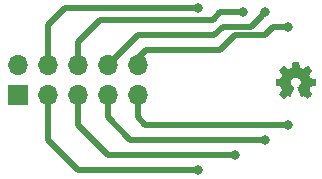
<source format=gbr>
G04 #@! TF.GenerationSoftware,KiCad,Pcbnew,6.0.7-f9a2dced07~116~ubuntu20.04.1*
G04 #@! TF.CreationDate,2022-08-18T11:56:10-05:00*
G04 #@! TF.ProjectId,2x5-1-27-to-2x5-2-54,3278352d-312d-4323-972d-746f2d327835,rev?*
G04 #@! TF.SameCoordinates,Original*
G04 #@! TF.FileFunction,Copper,L2,Bot*
G04 #@! TF.FilePolarity,Positive*
%FSLAX46Y46*%
G04 Gerber Fmt 4.6, Leading zero omitted, Abs format (unit mm)*
G04 Created by KiCad (PCBNEW 6.0.7-f9a2dced07~116~ubuntu20.04.1) date 2022-08-18 11:56:10*
%MOMM*%
%LPD*%
G01*
G04 APERTURE LIST*
G04 #@! TA.AperFunction,EtchedComponent*
%ADD10C,0.010000*%
G04 #@! TD*
G04 #@! TA.AperFunction,ComponentPad*
%ADD11R,1.700000X1.700000*%
G04 #@! TD*
G04 #@! TA.AperFunction,ComponentPad*
%ADD12O,1.700000X1.700000*%
G04 #@! TD*
G04 #@! TA.AperFunction,ViaPad*
%ADD13C,0.800000*%
G04 #@! TD*
G04 #@! TA.AperFunction,Conductor*
%ADD14C,0.500000*%
G04 #@! TD*
G04 APERTURE END LIST*
G36*
X127679617Y-105180562D02*
G01*
X127713700Y-105180792D01*
X127745978Y-105181146D01*
X127775670Y-105181625D01*
X127801999Y-105182228D01*
X127824185Y-105182955D01*
X127841450Y-105183806D01*
X127853015Y-105184780D01*
X127858100Y-105185878D01*
X127859207Y-105187144D01*
X127861025Y-105190951D01*
X127863191Y-105197527D01*
X127865810Y-105207359D01*
X127868983Y-105220934D01*
X127872815Y-105238737D01*
X127877410Y-105261254D01*
X127882871Y-105288972D01*
X127889302Y-105322377D01*
X127896806Y-105361955D01*
X127905488Y-105408192D01*
X127905775Y-105409725D01*
X127913065Y-105448549D01*
X127920020Y-105485329D01*
X127926514Y-105519429D01*
X127932425Y-105550212D01*
X127937630Y-105577041D01*
X127942004Y-105599279D01*
X127945425Y-105616291D01*
X127947768Y-105627438D01*
X127948911Y-105632085D01*
X127953293Y-105637771D01*
X127961242Y-105643528D01*
X127963474Y-105644628D01*
X127973425Y-105649119D01*
X127988481Y-105655586D01*
X128007797Y-105663691D01*
X128030529Y-105673094D01*
X128055834Y-105683457D01*
X128082867Y-105694441D01*
X128110785Y-105705707D01*
X128138743Y-105716916D01*
X128165897Y-105727730D01*
X128191405Y-105737810D01*
X128214420Y-105746817D01*
X128234101Y-105754412D01*
X128249602Y-105760256D01*
X128260080Y-105764011D01*
X128264690Y-105765338D01*
X128267139Y-105764401D01*
X128275455Y-105759723D01*
X128288980Y-105751376D01*
X128307273Y-105739650D01*
X128329890Y-105724837D01*
X128356390Y-105707227D01*
X128386329Y-105687110D01*
X128419266Y-105664777D01*
X128454757Y-105640520D01*
X128455845Y-105639773D01*
X128488366Y-105617491D01*
X128519180Y-105596430D01*
X128547753Y-105576952D01*
X128573550Y-105559419D01*
X128596038Y-105544193D01*
X128614682Y-105531634D01*
X128628948Y-105522106D01*
X128638303Y-105515969D01*
X128642211Y-105513585D01*
X128647242Y-105512969D01*
X128655859Y-105514699D01*
X128659208Y-105517254D01*
X128667366Y-105524587D01*
X128679728Y-105536201D01*
X128695819Y-105551632D01*
X128715162Y-105570419D01*
X128737280Y-105592098D01*
X128761699Y-105616207D01*
X128787941Y-105642284D01*
X128815530Y-105669864D01*
X128831183Y-105685565D01*
X128860984Y-105715520D01*
X128886175Y-105740954D01*
X128907129Y-105762270D01*
X128924218Y-105779867D01*
X128937816Y-105794146D01*
X128948294Y-105805508D01*
X128956027Y-105814354D01*
X128961387Y-105821084D01*
X128964747Y-105826099D01*
X128966479Y-105829800D01*
X128966958Y-105832587D01*
X128966784Y-105833828D01*
X128964835Y-105838903D01*
X128960535Y-105847061D01*
X128953654Y-105858656D01*
X128943963Y-105874044D01*
X128931229Y-105893580D01*
X128915225Y-105917621D01*
X128895717Y-105946520D01*
X128872478Y-105980634D01*
X128845275Y-106020318D01*
X128825516Y-106049174D01*
X128804535Y-106080043D01*
X128785112Y-106108854D01*
X128767618Y-106135048D01*
X128752420Y-106158068D01*
X128739886Y-106177356D01*
X128730384Y-106192353D01*
X128724283Y-106202501D01*
X128721952Y-106207243D01*
X128721915Y-106207677D01*
X128723300Y-106214370D01*
X128727323Y-106226715D01*
X128733630Y-106243888D01*
X128741865Y-106265067D01*
X128751674Y-106289425D01*
X128762701Y-106316141D01*
X128774591Y-106344388D01*
X128786988Y-106373345D01*
X128799538Y-106402186D01*
X128811884Y-106430088D01*
X128823673Y-106456226D01*
X128834548Y-106479777D01*
X128844154Y-106499917D01*
X128852136Y-106515822D01*
X128858139Y-106526667D01*
X128861808Y-106531629D01*
X128863815Y-106532679D01*
X128871018Y-106535081D01*
X128883159Y-106538235D01*
X128900553Y-106542207D01*
X128923518Y-106547062D01*
X128952371Y-106552868D01*
X128987430Y-106559690D01*
X129029011Y-106567595D01*
X129077432Y-106576649D01*
X129108186Y-106582387D01*
X129144488Y-106589225D01*
X129178229Y-106595650D01*
X129208753Y-106601536D01*
X129235407Y-106606753D01*
X129257538Y-106611174D01*
X129274490Y-106614669D01*
X129285610Y-106617112D01*
X129290245Y-106618373D01*
X129293744Y-106620896D01*
X129298749Y-106627566D01*
X129299135Y-106631813D01*
X129299516Y-106642737D01*
X129299868Y-106659646D01*
X129300184Y-106681890D01*
X129300457Y-106708817D01*
X129300680Y-106739775D01*
X129300848Y-106774113D01*
X129300954Y-106811181D01*
X129300990Y-106850326D01*
X129300990Y-106852250D01*
X129300984Y-106897073D01*
X129300952Y-106935217D01*
X129300877Y-106967242D01*
X129300741Y-106993704D01*
X129300526Y-107015164D01*
X129300215Y-107032178D01*
X129299789Y-107045306D01*
X129299230Y-107055106D01*
X129298521Y-107062136D01*
X129297644Y-107066956D01*
X129296580Y-107070122D01*
X129295312Y-107072194D01*
X129293821Y-107073731D01*
X129293650Y-107073875D01*
X129289727Y-107075766D01*
X129281849Y-107078219D01*
X129269618Y-107081316D01*
X129252632Y-107085142D01*
X129230493Y-107089781D01*
X129202799Y-107095318D01*
X129169152Y-107101835D01*
X129129151Y-107109418D01*
X129082397Y-107118150D01*
X129063388Y-107121685D01*
X129021385Y-107129545D01*
X128985802Y-107136293D01*
X128956122Y-107142039D01*
X128931826Y-107146894D01*
X128912398Y-107150968D01*
X128897320Y-107154372D01*
X128886074Y-107157217D01*
X128878144Y-107159613D01*
X128873011Y-107161670D01*
X128870157Y-107163499D01*
X128869185Y-107164770D01*
X128865143Y-107172289D01*
X128858981Y-107185436D01*
X128851027Y-107203393D01*
X128841608Y-107225342D01*
X128831055Y-107250465D01*
X128819696Y-107277943D01*
X128807859Y-107306959D01*
X128795873Y-107336694D01*
X128784066Y-107366332D01*
X128772767Y-107395053D01*
X128762305Y-107422040D01*
X128753008Y-107446474D01*
X128745206Y-107467538D01*
X128739225Y-107484414D01*
X128735396Y-107496284D01*
X128734046Y-107502329D01*
X128734393Y-107504458D01*
X128736469Y-107509738D01*
X128740645Y-107517720D01*
X128747183Y-107528808D01*
X128756341Y-107543405D01*
X128768381Y-107561915D01*
X128783562Y-107584743D01*
X128802144Y-107612292D01*
X128824389Y-107644967D01*
X128850556Y-107683171D01*
X128854111Y-107688351D01*
X128881635Y-107728615D01*
X128905072Y-107763202D01*
X128924551Y-107792310D01*
X128940199Y-107816137D01*
X128952147Y-107834881D01*
X128960521Y-107848741D01*
X128965452Y-107857914D01*
X128967067Y-107862598D01*
X128966683Y-107864467D01*
X128964645Y-107868357D01*
X128960544Y-107874025D01*
X128954033Y-107881837D01*
X128944766Y-107892162D01*
X128932398Y-107905368D01*
X128916582Y-107921822D01*
X128896972Y-107941892D01*
X128873222Y-107965946D01*
X128844985Y-107994351D01*
X128811917Y-108027476D01*
X128805867Y-108033525D01*
X128771820Y-108067471D01*
X128742522Y-108096494D01*
X128717712Y-108120843D01*
X128697129Y-108140764D01*
X128680511Y-108156508D01*
X128667596Y-108168320D01*
X128658124Y-108176451D01*
X128651834Y-108181147D01*
X128648463Y-108182658D01*
X128647971Y-108182571D01*
X128642097Y-108179709D01*
X128630771Y-108172990D01*
X128614400Y-108162679D01*
X128593386Y-108149041D01*
X128568135Y-108132340D01*
X128539052Y-108112842D01*
X128506540Y-108090810D01*
X128471004Y-108066510D01*
X128448621Y-108051185D01*
X128418307Y-108030571D01*
X128390031Y-108011508D01*
X128364354Y-107994364D01*
X128341838Y-107979509D01*
X128323044Y-107967311D01*
X128308532Y-107958142D01*
X128298864Y-107952369D01*
X128294601Y-107950363D01*
X128291559Y-107951207D01*
X128282486Y-107955027D01*
X128268687Y-107961497D01*
X128251133Y-107970147D01*
X128230791Y-107980506D01*
X128208632Y-107992103D01*
X128192385Y-108000676D01*
X128171863Y-108011376D01*
X128154065Y-108020508D01*
X128139910Y-108027607D01*
X128130316Y-108032207D01*
X128126202Y-108033844D01*
X128122791Y-108032518D01*
X128116985Y-108027492D01*
X128116959Y-108027460D01*
X128114617Y-108022936D01*
X128109774Y-108012258D01*
X128102652Y-107995963D01*
X128093471Y-107974585D01*
X128082452Y-107948660D01*
X128069816Y-107918723D01*
X128055785Y-107885311D01*
X128040579Y-107848957D01*
X128024420Y-107810197D01*
X128007527Y-107769568D01*
X127990124Y-107727603D01*
X127972430Y-107684840D01*
X127954666Y-107641812D01*
X127937054Y-107599055D01*
X127919814Y-107557106D01*
X127903168Y-107516498D01*
X127887336Y-107477768D01*
X127872541Y-107441450D01*
X127859002Y-107408081D01*
X127846940Y-107378195D01*
X127836578Y-107352328D01*
X127828135Y-107331016D01*
X127821833Y-107314793D01*
X127817893Y-107304196D01*
X127816536Y-107299759D01*
X127816713Y-107295878D01*
X127818281Y-107290041D01*
X127822491Y-107284626D01*
X127830559Y-107278285D01*
X127843703Y-107269671D01*
X127875669Y-107248470D01*
X127921940Y-107213558D01*
X127961905Y-107177415D01*
X127996148Y-107139431D01*
X128025255Y-107098998D01*
X128049813Y-107055508D01*
X128061868Y-107029702D01*
X128077940Y-106987147D01*
X128088864Y-106944464D01*
X128095109Y-106899623D01*
X128097144Y-106850591D01*
X128096168Y-106814012D01*
X128091139Y-106767152D01*
X128081415Y-106723039D01*
X128066530Y-106679711D01*
X128046018Y-106635202D01*
X128017155Y-106586540D01*
X127983181Y-106542560D01*
X127944711Y-106503576D01*
X127902293Y-106469774D01*
X127856477Y-106441339D01*
X127807811Y-106418453D01*
X127756846Y-106401304D01*
X127704128Y-106390074D01*
X127650209Y-106384949D01*
X127595635Y-106386113D01*
X127540957Y-106393751D01*
X127486723Y-106408047D01*
X127433482Y-106429187D01*
X127410199Y-106440951D01*
X127362612Y-106470802D01*
X127318990Y-106506326D01*
X127279850Y-106546949D01*
X127245712Y-106592096D01*
X127217094Y-106641195D01*
X127194515Y-106693670D01*
X127183024Y-106730962D01*
X127172465Y-106785426D01*
X127168518Y-106841092D01*
X127171126Y-106897045D01*
X127180229Y-106952371D01*
X127195771Y-107006154D01*
X127217691Y-107057479D01*
X127226622Y-107074354D01*
X127254397Y-107118315D01*
X127287393Y-107159326D01*
X127326107Y-107197898D01*
X127371034Y-107234544D01*
X127422668Y-107269779D01*
X127430678Y-107274892D01*
X127440852Y-107282031D01*
X127446622Y-107287681D01*
X127449209Y-107293195D01*
X127449835Y-107299929D01*
X127448505Y-107304651D01*
X127444574Y-107315531D01*
X127438263Y-107332015D01*
X127429795Y-107353567D01*
X127419392Y-107379651D01*
X127407277Y-107409731D01*
X127393672Y-107443270D01*
X127378799Y-107479734D01*
X127362882Y-107518585D01*
X127346143Y-107559289D01*
X127328804Y-107601309D01*
X127311088Y-107644109D01*
X127293217Y-107687153D01*
X127275414Y-107729906D01*
X127257901Y-107771831D01*
X127240902Y-107812392D01*
X127224637Y-107851054D01*
X127209331Y-107887280D01*
X127195205Y-107920535D01*
X127182482Y-107950282D01*
X127171384Y-107975986D01*
X127162134Y-107997111D01*
X127154955Y-108013121D01*
X127150069Y-108023479D01*
X127147698Y-108027651D01*
X127141213Y-108031439D01*
X127134423Y-108032011D01*
X127132455Y-108031114D01*
X127124515Y-108027137D01*
X127111708Y-108020538D01*
X127095015Y-108011828D01*
X127075415Y-108001515D01*
X127053889Y-107990111D01*
X127041515Y-107983586D01*
X127020826Y-107972917D01*
X127002521Y-107963776D01*
X126987598Y-107956647D01*
X126977055Y-107952015D01*
X126971893Y-107950363D01*
X126969993Y-107951049D01*
X126962384Y-107955263D01*
X126949849Y-107962947D01*
X126933040Y-107973676D01*
X126912612Y-107987024D01*
X126889220Y-108002568D01*
X126863516Y-108019883D01*
X126836156Y-108038542D01*
X126833984Y-108040033D01*
X126793724Y-108067650D01*
X126758996Y-108091455D01*
X126729371Y-108111728D01*
X126704420Y-108128755D01*
X126683714Y-108142816D01*
X126666823Y-108154197D01*
X126653319Y-108163178D01*
X126642771Y-108170044D01*
X126634751Y-108175077D01*
X126628830Y-108178561D01*
X126624577Y-108180778D01*
X126621565Y-108182011D01*
X126619363Y-108182543D01*
X126617543Y-108182658D01*
X126616095Y-108182165D01*
X126610471Y-108178232D01*
X126601030Y-108170231D01*
X126587599Y-108157996D01*
X126570003Y-108141361D01*
X126548067Y-108120160D01*
X126521619Y-108094228D01*
X126490483Y-108063400D01*
X126454486Y-108027508D01*
X126437620Y-108010633D01*
X126406780Y-107979690D01*
X126380620Y-107953295D01*
X126358803Y-107931090D01*
X126340991Y-107912718D01*
X126326846Y-107897820D01*
X126316030Y-107886038D01*
X126308206Y-107877013D01*
X126303035Y-107870387D01*
X126300181Y-107865801D01*
X126299304Y-107862898D01*
X126300432Y-107859403D01*
X126305182Y-107850424D01*
X126313715Y-107836264D01*
X126326108Y-107816806D01*
X126342438Y-107791931D01*
X126362781Y-107761520D01*
X126387214Y-107725457D01*
X126415815Y-107683622D01*
X126436607Y-107653268D01*
X126459547Y-107619615D01*
X126478787Y-107591157D01*
X126494595Y-107567479D01*
X126507237Y-107548165D01*
X126516982Y-107532799D01*
X126524095Y-107520966D01*
X126528845Y-107512251D01*
X126531499Y-107506238D01*
X126532324Y-107502511D01*
X126532090Y-107500762D01*
X126529679Y-107492184D01*
X126524925Y-107478123D01*
X126518156Y-107459398D01*
X126509700Y-107436827D01*
X126499886Y-107411226D01*
X126489043Y-107383415D01*
X126477497Y-107354210D01*
X126465579Y-107324430D01*
X126453616Y-107294892D01*
X126441937Y-107266414D01*
X126430870Y-107239813D01*
X126420744Y-107215908D01*
X126411886Y-107195517D01*
X126404627Y-107179456D01*
X126399293Y-107168544D01*
X126396213Y-107163598D01*
X126395898Y-107163328D01*
X126392611Y-107161454D01*
X126386826Y-107159315D01*
X126378027Y-107156800D01*
X126365696Y-107153799D01*
X126349316Y-107150203D01*
X126328371Y-107145901D01*
X126302345Y-107140784D01*
X126270718Y-107134741D01*
X126232976Y-107127664D01*
X126188601Y-107119441D01*
X126163898Y-107114876D01*
X126127914Y-107108207D01*
X126094405Y-107101972D01*
X126064038Y-107096296D01*
X126037478Y-107091304D01*
X126015392Y-107087123D01*
X125998446Y-107083877D01*
X125987308Y-107081691D01*
X125982642Y-107080692D01*
X125982338Y-107080601D01*
X125978853Y-107079568D01*
X125975882Y-107078340D01*
X125973382Y-107076375D01*
X125971314Y-107073128D01*
X125969636Y-107068056D01*
X125968308Y-107060616D01*
X125967289Y-107050265D01*
X125966538Y-107036458D01*
X125966014Y-107018653D01*
X125965677Y-106996306D01*
X125965486Y-106968874D01*
X125965400Y-106935812D01*
X125965378Y-106896578D01*
X125965380Y-106850629D01*
X125965414Y-106812926D01*
X125965517Y-106775739D01*
X125965683Y-106741255D01*
X125965904Y-106710125D01*
X125966175Y-106683000D01*
X125966489Y-106660531D01*
X125966839Y-106643368D01*
X125967219Y-106632163D01*
X125967622Y-106627566D01*
X125969738Y-106624015D01*
X125976284Y-106618289D01*
X125978347Y-106617601D01*
X125987418Y-106615435D01*
X126003213Y-106612084D01*
X126025461Y-106607598D01*
X126053893Y-106602031D01*
X126088238Y-106595434D01*
X126128228Y-106587858D01*
X126173592Y-106579354D01*
X126224060Y-106569976D01*
X126279363Y-106559774D01*
X126339230Y-106548799D01*
X126359963Y-106544871D01*
X126379157Y-106540778D01*
X126392810Y-106537168D01*
X126401828Y-106533795D01*
X126407119Y-106530413D01*
X126408968Y-106527756D01*
X126413832Y-106518665D01*
X126420999Y-106503969D01*
X126430172Y-106484316D01*
X126441054Y-106460354D01*
X126453349Y-106432731D01*
X126466759Y-106402095D01*
X126480988Y-106369094D01*
X126490842Y-106346026D01*
X126505521Y-106311406D01*
X126517544Y-106282646D01*
X126527100Y-106259258D01*
X126534379Y-106240756D01*
X126539570Y-106226654D01*
X126542863Y-106216463D01*
X126544446Y-106209698D01*
X126544510Y-106205871D01*
X126542551Y-106202064D01*
X126536764Y-106192621D01*
X126527544Y-106178258D01*
X126515260Y-106159533D01*
X126500282Y-106137001D01*
X126482981Y-106111221D01*
X126463728Y-106082748D01*
X126442892Y-106052139D01*
X126420844Y-106019950D01*
X126409875Y-106003973D01*
X126384256Y-105966520D01*
X126362512Y-105934499D01*
X126344411Y-105907555D01*
X126329723Y-105885333D01*
X126318218Y-105867476D01*
X126309665Y-105853628D01*
X126303833Y-105843435D01*
X126300493Y-105836540D01*
X126299413Y-105832588D01*
X126299476Y-105831563D01*
X126300409Y-105828449D01*
X126302748Y-105824262D01*
X126306870Y-105818598D01*
X126313149Y-105811054D01*
X126321960Y-105801227D01*
X126333680Y-105788713D01*
X126348682Y-105773109D01*
X126367343Y-105754012D01*
X126390037Y-105731018D01*
X126417139Y-105703723D01*
X126449026Y-105671725D01*
X126471901Y-105648850D01*
X126498360Y-105622533D01*
X126523122Y-105598055D01*
X126545699Y-105575890D01*
X126565604Y-105556511D01*
X126582351Y-105540394D01*
X126595451Y-105528011D01*
X126604417Y-105519837D01*
X126608761Y-105516347D01*
X126610815Y-105515305D01*
X126619131Y-105512964D01*
X126626909Y-105515342D01*
X126628189Y-105516110D01*
X126635131Y-105520634D01*
X126647210Y-105528697D01*
X126663839Y-105539903D01*
X126684433Y-105553855D01*
X126708407Y-105570155D01*
X126735174Y-105588407D01*
X126764149Y-105608212D01*
X126794746Y-105629174D01*
X126817563Y-105644825D01*
X126853692Y-105669602D01*
X126884521Y-105690731D01*
X126910492Y-105708502D01*
X126932046Y-105723204D01*
X126949624Y-105735128D01*
X126963668Y-105744565D01*
X126974620Y-105751804D01*
X126982919Y-105757137D01*
X126989008Y-105760852D01*
X126993328Y-105763241D01*
X126996320Y-105764594D01*
X126998425Y-105765201D01*
X127000085Y-105765353D01*
X127001741Y-105765338D01*
X127003517Y-105764990D01*
X127011698Y-105762304D01*
X127026161Y-105756947D01*
X127046957Y-105748899D01*
X127074136Y-105738141D01*
X127107747Y-105724653D01*
X127147842Y-105708413D01*
X127194471Y-105689403D01*
X127247683Y-105667601D01*
X127307529Y-105642988D01*
X127311260Y-105640180D01*
X127316364Y-105633338D01*
X127316389Y-105633288D01*
X127317832Y-105628189D01*
X127320454Y-105616614D01*
X127324129Y-105599203D01*
X127328729Y-105576598D01*
X127334127Y-105549442D01*
X127340195Y-105518375D01*
X127346805Y-105484040D01*
X127353829Y-105447079D01*
X127361141Y-105408133D01*
X127366453Y-105379727D01*
X127374424Y-105337396D01*
X127381282Y-105301444D01*
X127387130Y-105271392D01*
X127392070Y-105246757D01*
X127396204Y-105227061D01*
X127399634Y-105211821D01*
X127402461Y-105200558D01*
X127404788Y-105192790D01*
X127406718Y-105188038D01*
X127408352Y-105185819D01*
X127410804Y-105185106D01*
X127420110Y-105184089D01*
X127435398Y-105183198D01*
X127455890Y-105182431D01*
X127480807Y-105181790D01*
X127509370Y-105181273D01*
X127540801Y-105180883D01*
X127574319Y-105180616D01*
X127609148Y-105180473D01*
X127644506Y-105180455D01*
X127679617Y-105180562D01*
G37*
D10*
X127679617Y-105180562D02*
X127713700Y-105180792D01*
X127745978Y-105181146D01*
X127775670Y-105181625D01*
X127801999Y-105182228D01*
X127824185Y-105182955D01*
X127841450Y-105183806D01*
X127853015Y-105184780D01*
X127858100Y-105185878D01*
X127859207Y-105187144D01*
X127861025Y-105190951D01*
X127863191Y-105197527D01*
X127865810Y-105207359D01*
X127868983Y-105220934D01*
X127872815Y-105238737D01*
X127877410Y-105261254D01*
X127882871Y-105288972D01*
X127889302Y-105322377D01*
X127896806Y-105361955D01*
X127905488Y-105408192D01*
X127905775Y-105409725D01*
X127913065Y-105448549D01*
X127920020Y-105485329D01*
X127926514Y-105519429D01*
X127932425Y-105550212D01*
X127937630Y-105577041D01*
X127942004Y-105599279D01*
X127945425Y-105616291D01*
X127947768Y-105627438D01*
X127948911Y-105632085D01*
X127953293Y-105637771D01*
X127961242Y-105643528D01*
X127963474Y-105644628D01*
X127973425Y-105649119D01*
X127988481Y-105655586D01*
X128007797Y-105663691D01*
X128030529Y-105673094D01*
X128055834Y-105683457D01*
X128082867Y-105694441D01*
X128110785Y-105705707D01*
X128138743Y-105716916D01*
X128165897Y-105727730D01*
X128191405Y-105737810D01*
X128214420Y-105746817D01*
X128234101Y-105754412D01*
X128249602Y-105760256D01*
X128260080Y-105764011D01*
X128264690Y-105765338D01*
X128267139Y-105764401D01*
X128275455Y-105759723D01*
X128288980Y-105751376D01*
X128307273Y-105739650D01*
X128329890Y-105724837D01*
X128356390Y-105707227D01*
X128386329Y-105687110D01*
X128419266Y-105664777D01*
X128454757Y-105640520D01*
X128455845Y-105639773D01*
X128488366Y-105617491D01*
X128519180Y-105596430D01*
X128547753Y-105576952D01*
X128573550Y-105559419D01*
X128596038Y-105544193D01*
X128614682Y-105531634D01*
X128628948Y-105522106D01*
X128638303Y-105515969D01*
X128642211Y-105513585D01*
X128647242Y-105512969D01*
X128655859Y-105514699D01*
X128659208Y-105517254D01*
X128667366Y-105524587D01*
X128679728Y-105536201D01*
X128695819Y-105551632D01*
X128715162Y-105570419D01*
X128737280Y-105592098D01*
X128761699Y-105616207D01*
X128787941Y-105642284D01*
X128815530Y-105669864D01*
X128831183Y-105685565D01*
X128860984Y-105715520D01*
X128886175Y-105740954D01*
X128907129Y-105762270D01*
X128924218Y-105779867D01*
X128937816Y-105794146D01*
X128948294Y-105805508D01*
X128956027Y-105814354D01*
X128961387Y-105821084D01*
X128964747Y-105826099D01*
X128966479Y-105829800D01*
X128966958Y-105832587D01*
X128966784Y-105833828D01*
X128964835Y-105838903D01*
X128960535Y-105847061D01*
X128953654Y-105858656D01*
X128943963Y-105874044D01*
X128931229Y-105893580D01*
X128915225Y-105917621D01*
X128895717Y-105946520D01*
X128872478Y-105980634D01*
X128845275Y-106020318D01*
X128825516Y-106049174D01*
X128804535Y-106080043D01*
X128785112Y-106108854D01*
X128767618Y-106135048D01*
X128752420Y-106158068D01*
X128739886Y-106177356D01*
X128730384Y-106192353D01*
X128724283Y-106202501D01*
X128721952Y-106207243D01*
X128721915Y-106207677D01*
X128723300Y-106214370D01*
X128727323Y-106226715D01*
X128733630Y-106243888D01*
X128741865Y-106265067D01*
X128751674Y-106289425D01*
X128762701Y-106316141D01*
X128774591Y-106344388D01*
X128786988Y-106373345D01*
X128799538Y-106402186D01*
X128811884Y-106430088D01*
X128823673Y-106456226D01*
X128834548Y-106479777D01*
X128844154Y-106499917D01*
X128852136Y-106515822D01*
X128858139Y-106526667D01*
X128861808Y-106531629D01*
X128863815Y-106532679D01*
X128871018Y-106535081D01*
X128883159Y-106538235D01*
X128900553Y-106542207D01*
X128923518Y-106547062D01*
X128952371Y-106552868D01*
X128987430Y-106559690D01*
X129029011Y-106567595D01*
X129077432Y-106576649D01*
X129108186Y-106582387D01*
X129144488Y-106589225D01*
X129178229Y-106595650D01*
X129208753Y-106601536D01*
X129235407Y-106606753D01*
X129257538Y-106611174D01*
X129274490Y-106614669D01*
X129285610Y-106617112D01*
X129290245Y-106618373D01*
X129293744Y-106620896D01*
X129298749Y-106627566D01*
X129299135Y-106631813D01*
X129299516Y-106642737D01*
X129299868Y-106659646D01*
X129300184Y-106681890D01*
X129300457Y-106708817D01*
X129300680Y-106739775D01*
X129300848Y-106774113D01*
X129300954Y-106811181D01*
X129300990Y-106850326D01*
X129300990Y-106852250D01*
X129300984Y-106897073D01*
X129300952Y-106935217D01*
X129300877Y-106967242D01*
X129300741Y-106993704D01*
X129300526Y-107015164D01*
X129300215Y-107032178D01*
X129299789Y-107045306D01*
X129299230Y-107055106D01*
X129298521Y-107062136D01*
X129297644Y-107066956D01*
X129296580Y-107070122D01*
X129295312Y-107072194D01*
X129293821Y-107073731D01*
X129293650Y-107073875D01*
X129289727Y-107075766D01*
X129281849Y-107078219D01*
X129269618Y-107081316D01*
X129252632Y-107085142D01*
X129230493Y-107089781D01*
X129202799Y-107095318D01*
X129169152Y-107101835D01*
X129129151Y-107109418D01*
X129082397Y-107118150D01*
X129063388Y-107121685D01*
X129021385Y-107129545D01*
X128985802Y-107136293D01*
X128956122Y-107142039D01*
X128931826Y-107146894D01*
X128912398Y-107150968D01*
X128897320Y-107154372D01*
X128886074Y-107157217D01*
X128878144Y-107159613D01*
X128873011Y-107161670D01*
X128870157Y-107163499D01*
X128869185Y-107164770D01*
X128865143Y-107172289D01*
X128858981Y-107185436D01*
X128851027Y-107203393D01*
X128841608Y-107225342D01*
X128831055Y-107250465D01*
X128819696Y-107277943D01*
X128807859Y-107306959D01*
X128795873Y-107336694D01*
X128784066Y-107366332D01*
X128772767Y-107395053D01*
X128762305Y-107422040D01*
X128753008Y-107446474D01*
X128745206Y-107467538D01*
X128739225Y-107484414D01*
X128735396Y-107496284D01*
X128734046Y-107502329D01*
X128734393Y-107504458D01*
X128736469Y-107509738D01*
X128740645Y-107517720D01*
X128747183Y-107528808D01*
X128756341Y-107543405D01*
X128768381Y-107561915D01*
X128783562Y-107584743D01*
X128802144Y-107612292D01*
X128824389Y-107644967D01*
X128850556Y-107683171D01*
X128854111Y-107688351D01*
X128881635Y-107728615D01*
X128905072Y-107763202D01*
X128924551Y-107792310D01*
X128940199Y-107816137D01*
X128952147Y-107834881D01*
X128960521Y-107848741D01*
X128965452Y-107857914D01*
X128967067Y-107862598D01*
X128966683Y-107864467D01*
X128964645Y-107868357D01*
X128960544Y-107874025D01*
X128954033Y-107881837D01*
X128944766Y-107892162D01*
X128932398Y-107905368D01*
X128916582Y-107921822D01*
X128896972Y-107941892D01*
X128873222Y-107965946D01*
X128844985Y-107994351D01*
X128811917Y-108027476D01*
X128805867Y-108033525D01*
X128771820Y-108067471D01*
X128742522Y-108096494D01*
X128717712Y-108120843D01*
X128697129Y-108140764D01*
X128680511Y-108156508D01*
X128667596Y-108168320D01*
X128658124Y-108176451D01*
X128651834Y-108181147D01*
X128648463Y-108182658D01*
X128647971Y-108182571D01*
X128642097Y-108179709D01*
X128630771Y-108172990D01*
X128614400Y-108162679D01*
X128593386Y-108149041D01*
X128568135Y-108132340D01*
X128539052Y-108112842D01*
X128506540Y-108090810D01*
X128471004Y-108066510D01*
X128448621Y-108051185D01*
X128418307Y-108030571D01*
X128390031Y-108011508D01*
X128364354Y-107994364D01*
X128341838Y-107979509D01*
X128323044Y-107967311D01*
X128308532Y-107958142D01*
X128298864Y-107952369D01*
X128294601Y-107950363D01*
X128291559Y-107951207D01*
X128282486Y-107955027D01*
X128268687Y-107961497D01*
X128251133Y-107970147D01*
X128230791Y-107980506D01*
X128208632Y-107992103D01*
X128192385Y-108000676D01*
X128171863Y-108011376D01*
X128154065Y-108020508D01*
X128139910Y-108027607D01*
X128130316Y-108032207D01*
X128126202Y-108033844D01*
X128122791Y-108032518D01*
X128116985Y-108027492D01*
X128116959Y-108027460D01*
X128114617Y-108022936D01*
X128109774Y-108012258D01*
X128102652Y-107995963D01*
X128093471Y-107974585D01*
X128082452Y-107948660D01*
X128069816Y-107918723D01*
X128055785Y-107885311D01*
X128040579Y-107848957D01*
X128024420Y-107810197D01*
X128007527Y-107769568D01*
X127990124Y-107727603D01*
X127972430Y-107684840D01*
X127954666Y-107641812D01*
X127937054Y-107599055D01*
X127919814Y-107557106D01*
X127903168Y-107516498D01*
X127887336Y-107477768D01*
X127872541Y-107441450D01*
X127859002Y-107408081D01*
X127846940Y-107378195D01*
X127836578Y-107352328D01*
X127828135Y-107331016D01*
X127821833Y-107314793D01*
X127817893Y-107304196D01*
X127816536Y-107299759D01*
X127816713Y-107295878D01*
X127818281Y-107290041D01*
X127822491Y-107284626D01*
X127830559Y-107278285D01*
X127843703Y-107269671D01*
X127875669Y-107248470D01*
X127921940Y-107213558D01*
X127961905Y-107177415D01*
X127996148Y-107139431D01*
X128025255Y-107098998D01*
X128049813Y-107055508D01*
X128061868Y-107029702D01*
X128077940Y-106987147D01*
X128088864Y-106944464D01*
X128095109Y-106899623D01*
X128097144Y-106850591D01*
X128096168Y-106814012D01*
X128091139Y-106767152D01*
X128081415Y-106723039D01*
X128066530Y-106679711D01*
X128046018Y-106635202D01*
X128017155Y-106586540D01*
X127983181Y-106542560D01*
X127944711Y-106503576D01*
X127902293Y-106469774D01*
X127856477Y-106441339D01*
X127807811Y-106418453D01*
X127756846Y-106401304D01*
X127704128Y-106390074D01*
X127650209Y-106384949D01*
X127595635Y-106386113D01*
X127540957Y-106393751D01*
X127486723Y-106408047D01*
X127433482Y-106429187D01*
X127410199Y-106440951D01*
X127362612Y-106470802D01*
X127318990Y-106506326D01*
X127279850Y-106546949D01*
X127245712Y-106592096D01*
X127217094Y-106641195D01*
X127194515Y-106693670D01*
X127183024Y-106730962D01*
X127172465Y-106785426D01*
X127168518Y-106841092D01*
X127171126Y-106897045D01*
X127180229Y-106952371D01*
X127195771Y-107006154D01*
X127217691Y-107057479D01*
X127226622Y-107074354D01*
X127254397Y-107118315D01*
X127287393Y-107159326D01*
X127326107Y-107197898D01*
X127371034Y-107234544D01*
X127422668Y-107269779D01*
X127430678Y-107274892D01*
X127440852Y-107282031D01*
X127446622Y-107287681D01*
X127449209Y-107293195D01*
X127449835Y-107299929D01*
X127448505Y-107304651D01*
X127444574Y-107315531D01*
X127438263Y-107332015D01*
X127429795Y-107353567D01*
X127419392Y-107379651D01*
X127407277Y-107409731D01*
X127393672Y-107443270D01*
X127378799Y-107479734D01*
X127362882Y-107518585D01*
X127346143Y-107559289D01*
X127328804Y-107601309D01*
X127311088Y-107644109D01*
X127293217Y-107687153D01*
X127275414Y-107729906D01*
X127257901Y-107771831D01*
X127240902Y-107812392D01*
X127224637Y-107851054D01*
X127209331Y-107887280D01*
X127195205Y-107920535D01*
X127182482Y-107950282D01*
X127171384Y-107975986D01*
X127162134Y-107997111D01*
X127154955Y-108013121D01*
X127150069Y-108023479D01*
X127147698Y-108027651D01*
X127141213Y-108031439D01*
X127134423Y-108032011D01*
X127132455Y-108031114D01*
X127124515Y-108027137D01*
X127111708Y-108020538D01*
X127095015Y-108011828D01*
X127075415Y-108001515D01*
X127053889Y-107990111D01*
X127041515Y-107983586D01*
X127020826Y-107972917D01*
X127002521Y-107963776D01*
X126987598Y-107956647D01*
X126977055Y-107952015D01*
X126971893Y-107950363D01*
X126969993Y-107951049D01*
X126962384Y-107955263D01*
X126949849Y-107962947D01*
X126933040Y-107973676D01*
X126912612Y-107987024D01*
X126889220Y-108002568D01*
X126863516Y-108019883D01*
X126836156Y-108038542D01*
X126833984Y-108040033D01*
X126793724Y-108067650D01*
X126758996Y-108091455D01*
X126729371Y-108111728D01*
X126704420Y-108128755D01*
X126683714Y-108142816D01*
X126666823Y-108154197D01*
X126653319Y-108163178D01*
X126642771Y-108170044D01*
X126634751Y-108175077D01*
X126628830Y-108178561D01*
X126624577Y-108180778D01*
X126621565Y-108182011D01*
X126619363Y-108182543D01*
X126617543Y-108182658D01*
X126616095Y-108182165D01*
X126610471Y-108178232D01*
X126601030Y-108170231D01*
X126587599Y-108157996D01*
X126570003Y-108141361D01*
X126548067Y-108120160D01*
X126521619Y-108094228D01*
X126490483Y-108063400D01*
X126454486Y-108027508D01*
X126437620Y-108010633D01*
X126406780Y-107979690D01*
X126380620Y-107953295D01*
X126358803Y-107931090D01*
X126340991Y-107912718D01*
X126326846Y-107897820D01*
X126316030Y-107886038D01*
X126308206Y-107877013D01*
X126303035Y-107870387D01*
X126300181Y-107865801D01*
X126299304Y-107862898D01*
X126300432Y-107859403D01*
X126305182Y-107850424D01*
X126313715Y-107836264D01*
X126326108Y-107816806D01*
X126342438Y-107791931D01*
X126362781Y-107761520D01*
X126387214Y-107725457D01*
X126415815Y-107683622D01*
X126436607Y-107653268D01*
X126459547Y-107619615D01*
X126478787Y-107591157D01*
X126494595Y-107567479D01*
X126507237Y-107548165D01*
X126516982Y-107532799D01*
X126524095Y-107520966D01*
X126528845Y-107512251D01*
X126531499Y-107506238D01*
X126532324Y-107502511D01*
X126532090Y-107500762D01*
X126529679Y-107492184D01*
X126524925Y-107478123D01*
X126518156Y-107459398D01*
X126509700Y-107436827D01*
X126499886Y-107411226D01*
X126489043Y-107383415D01*
X126477497Y-107354210D01*
X126465579Y-107324430D01*
X126453616Y-107294892D01*
X126441937Y-107266414D01*
X126430870Y-107239813D01*
X126420744Y-107215908D01*
X126411886Y-107195517D01*
X126404627Y-107179456D01*
X126399293Y-107168544D01*
X126396213Y-107163598D01*
X126395898Y-107163328D01*
X126392611Y-107161454D01*
X126386826Y-107159315D01*
X126378027Y-107156800D01*
X126365696Y-107153799D01*
X126349316Y-107150203D01*
X126328371Y-107145901D01*
X126302345Y-107140784D01*
X126270718Y-107134741D01*
X126232976Y-107127664D01*
X126188601Y-107119441D01*
X126163898Y-107114876D01*
X126127914Y-107108207D01*
X126094405Y-107101972D01*
X126064038Y-107096296D01*
X126037478Y-107091304D01*
X126015392Y-107087123D01*
X125998446Y-107083877D01*
X125987308Y-107081691D01*
X125982642Y-107080692D01*
X125982338Y-107080601D01*
X125978853Y-107079568D01*
X125975882Y-107078340D01*
X125973382Y-107076375D01*
X125971314Y-107073128D01*
X125969636Y-107068056D01*
X125968308Y-107060616D01*
X125967289Y-107050265D01*
X125966538Y-107036458D01*
X125966014Y-107018653D01*
X125965677Y-106996306D01*
X125965486Y-106968874D01*
X125965400Y-106935812D01*
X125965378Y-106896578D01*
X125965380Y-106850629D01*
X125965414Y-106812926D01*
X125965517Y-106775739D01*
X125965683Y-106741255D01*
X125965904Y-106710125D01*
X125966175Y-106683000D01*
X125966489Y-106660531D01*
X125966839Y-106643368D01*
X125967219Y-106632163D01*
X125967622Y-106627566D01*
X125969738Y-106624015D01*
X125976284Y-106618289D01*
X125978347Y-106617601D01*
X125987418Y-106615435D01*
X126003213Y-106612084D01*
X126025461Y-106607598D01*
X126053893Y-106602031D01*
X126088238Y-106595434D01*
X126128228Y-106587858D01*
X126173592Y-106579354D01*
X126224060Y-106569976D01*
X126279363Y-106559774D01*
X126339230Y-106548799D01*
X126359963Y-106544871D01*
X126379157Y-106540778D01*
X126392810Y-106537168D01*
X126401828Y-106533795D01*
X126407119Y-106530413D01*
X126408968Y-106527756D01*
X126413832Y-106518665D01*
X126420999Y-106503969D01*
X126430172Y-106484316D01*
X126441054Y-106460354D01*
X126453349Y-106432731D01*
X126466759Y-106402095D01*
X126480988Y-106369094D01*
X126490842Y-106346026D01*
X126505521Y-106311406D01*
X126517544Y-106282646D01*
X126527100Y-106259258D01*
X126534379Y-106240756D01*
X126539570Y-106226654D01*
X126542863Y-106216463D01*
X126544446Y-106209698D01*
X126544510Y-106205871D01*
X126542551Y-106202064D01*
X126536764Y-106192621D01*
X126527544Y-106178258D01*
X126515260Y-106159533D01*
X126500282Y-106137001D01*
X126482981Y-106111221D01*
X126463728Y-106082748D01*
X126442892Y-106052139D01*
X126420844Y-106019950D01*
X126409875Y-106003973D01*
X126384256Y-105966520D01*
X126362512Y-105934499D01*
X126344411Y-105907555D01*
X126329723Y-105885333D01*
X126318218Y-105867476D01*
X126309665Y-105853628D01*
X126303833Y-105843435D01*
X126300493Y-105836540D01*
X126299413Y-105832588D01*
X126299476Y-105831563D01*
X126300409Y-105828449D01*
X126302748Y-105824262D01*
X126306870Y-105818598D01*
X126313149Y-105811054D01*
X126321960Y-105801227D01*
X126333680Y-105788713D01*
X126348682Y-105773109D01*
X126367343Y-105754012D01*
X126390037Y-105731018D01*
X126417139Y-105703723D01*
X126449026Y-105671725D01*
X126471901Y-105648850D01*
X126498360Y-105622533D01*
X126523122Y-105598055D01*
X126545699Y-105575890D01*
X126565604Y-105556511D01*
X126582351Y-105540394D01*
X126595451Y-105528011D01*
X126604417Y-105519837D01*
X126608761Y-105516347D01*
X126610815Y-105515305D01*
X126619131Y-105512964D01*
X126626909Y-105515342D01*
X126628189Y-105516110D01*
X126635131Y-105520634D01*
X126647210Y-105528697D01*
X126663839Y-105539903D01*
X126684433Y-105553855D01*
X126708407Y-105570155D01*
X126735174Y-105588407D01*
X126764149Y-105608212D01*
X126794746Y-105629174D01*
X126817563Y-105644825D01*
X126853692Y-105669602D01*
X126884521Y-105690731D01*
X126910492Y-105708502D01*
X126932046Y-105723204D01*
X126949624Y-105735128D01*
X126963668Y-105744565D01*
X126974620Y-105751804D01*
X126982919Y-105757137D01*
X126989008Y-105760852D01*
X126993328Y-105763241D01*
X126996320Y-105764594D01*
X126998425Y-105765201D01*
X127000085Y-105765353D01*
X127001741Y-105765338D01*
X127003517Y-105764990D01*
X127011698Y-105762304D01*
X127026161Y-105756947D01*
X127046957Y-105748899D01*
X127074136Y-105738141D01*
X127107747Y-105724653D01*
X127147842Y-105708413D01*
X127194471Y-105689403D01*
X127247683Y-105667601D01*
X127307529Y-105642988D01*
X127311260Y-105640180D01*
X127316364Y-105633338D01*
X127316389Y-105633288D01*
X127317832Y-105628189D01*
X127320454Y-105616614D01*
X127324129Y-105599203D01*
X127328729Y-105576598D01*
X127334127Y-105549442D01*
X127340195Y-105518375D01*
X127346805Y-105484040D01*
X127353829Y-105447079D01*
X127361141Y-105408133D01*
X127366453Y-105379727D01*
X127374424Y-105337396D01*
X127381282Y-105301444D01*
X127387130Y-105271392D01*
X127392070Y-105246757D01*
X127396204Y-105227061D01*
X127399634Y-105211821D01*
X127402461Y-105200558D01*
X127404788Y-105192790D01*
X127406718Y-105188038D01*
X127408352Y-105185819D01*
X127410804Y-105185106D01*
X127420110Y-105184089D01*
X127435398Y-105183198D01*
X127455890Y-105182431D01*
X127480807Y-105181790D01*
X127509370Y-105181273D01*
X127540801Y-105180883D01*
X127574319Y-105180616D01*
X127609148Y-105180473D01*
X127644506Y-105180455D01*
X127679617Y-105180562D01*
D11*
X104140000Y-107950000D03*
D12*
X104140000Y-105410000D03*
X106680000Y-107950000D03*
X106680000Y-105410000D03*
X109220000Y-107950000D03*
X109220000Y-105410000D03*
X111760000Y-107950000D03*
X111760000Y-105410000D03*
X114300000Y-107950000D03*
X114300000Y-105410000D03*
D13*
X127000000Y-102235000D03*
X127000000Y-110490000D03*
X125095000Y-100965000D03*
X125095000Y-111760000D03*
X123190000Y-100965000D03*
X122555000Y-113030000D03*
X119380000Y-100625000D03*
X119380000Y-114300000D03*
D14*
X122555000Y-102870000D02*
X125095000Y-102870000D01*
X114300000Y-104842919D02*
X115002919Y-104140000D01*
X125095000Y-102870000D02*
X125730000Y-102235000D01*
X125730000Y-102235000D02*
X127000000Y-102235000D01*
X121285000Y-104140000D02*
X122555000Y-102870000D01*
X114300000Y-105410000D02*
X114300000Y-104842919D01*
X115002919Y-104140000D02*
X121285000Y-104140000D01*
X114300000Y-109855000D02*
X114300000Y-107950000D01*
X127000000Y-110490000D02*
X114935000Y-110490000D01*
X114935000Y-110490000D02*
X114300000Y-109855000D01*
X111760000Y-105410000D02*
X114300000Y-102870000D01*
X121490028Y-102169989D02*
X123890011Y-102169989D01*
X114300000Y-102870000D02*
X120790017Y-102870000D01*
X120790017Y-102870000D02*
X121490028Y-102169989D01*
X124695001Y-101364999D02*
X125095000Y-100965000D01*
X123890011Y-102169989D02*
X124695001Y-101364999D01*
X113665000Y-111760000D02*
X125095000Y-111760000D01*
X111760000Y-109855000D02*
X113665000Y-111760000D01*
X111760000Y-107950000D02*
X111760000Y-109855000D01*
X109220000Y-103505000D02*
X109220000Y-105410000D01*
X123190000Y-100965000D02*
X121285000Y-100965000D01*
X111125000Y-101600000D02*
X109220000Y-103505000D01*
X121285000Y-100965000D02*
X120650000Y-101600000D01*
X120650000Y-101600000D02*
X111125000Y-101600000D01*
X109220000Y-107950000D02*
X109220000Y-110490000D01*
X109220000Y-110490000D02*
X111760000Y-113030000D01*
X111760000Y-113030000D02*
X122555000Y-113030000D01*
X108099990Y-100625000D02*
X106680000Y-102044990D01*
X106680000Y-102044990D02*
X106680000Y-105410000D01*
X119380000Y-100625000D02*
X108099990Y-100625000D01*
X106680000Y-111760000D02*
X106680000Y-107950000D01*
X119380000Y-114300000D02*
X109220000Y-114300000D01*
X109220000Y-114300000D02*
X106680000Y-111760000D01*
M02*

</source>
